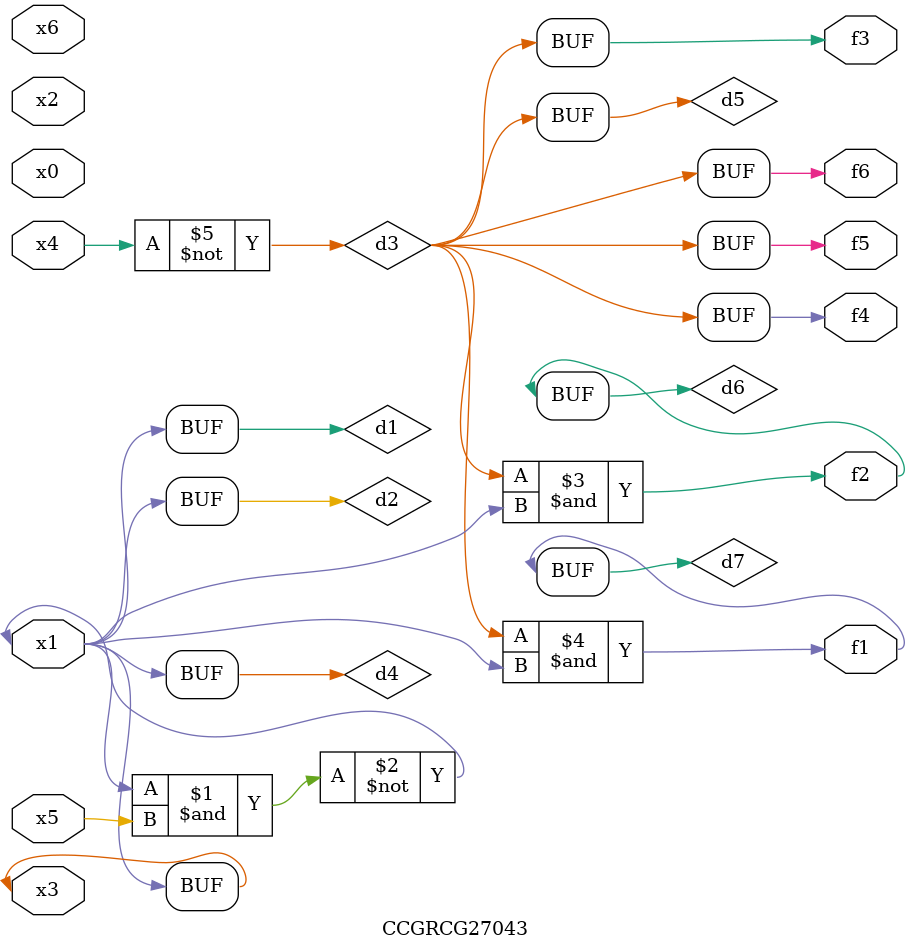
<source format=v>
module CCGRCG27043(
	input x0, x1, x2, x3, x4, x5, x6,
	output f1, f2, f3, f4, f5, f6
);

	wire d1, d2, d3, d4, d5, d6, d7;

	buf (d1, x1, x3);
	nand (d2, x1, x5);
	not (d3, x4);
	buf (d4, d1, d2);
	buf (d5, d3);
	and (d6, d3, d4);
	and (d7, d3, d4);
	assign f1 = d7;
	assign f2 = d6;
	assign f3 = d5;
	assign f4 = d5;
	assign f5 = d5;
	assign f6 = d5;
endmodule

</source>
